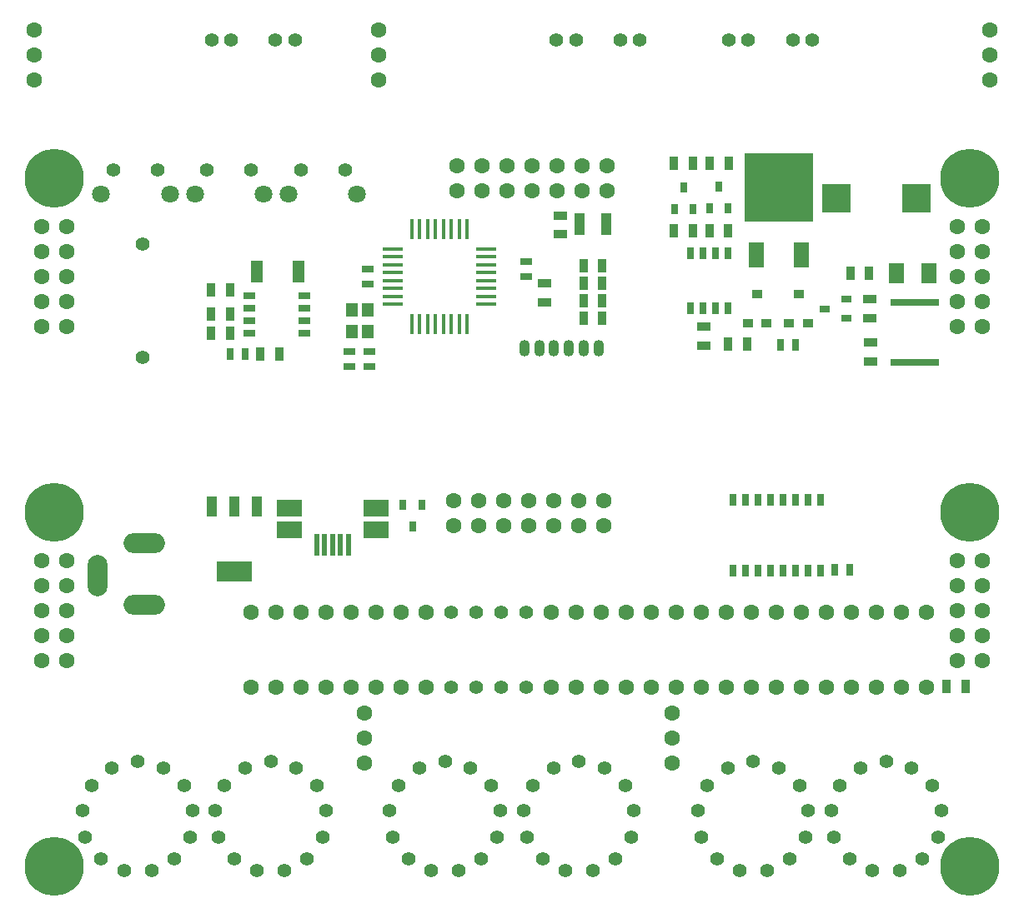
<source format=gts>
G04 (created by PCBNEW (2013-07-07 BZR 4022)-stable) date 2014/09/23 1:58:18*
%MOIN*%
G04 Gerber Fmt 3.4, Leading zero omitted, Abs format*
%FSLAX34Y34*%
G01*
G70*
G90*
G04 APERTURE LIST*
%ADD10C,0.00590551*%
%ADD11R,0.11811X0.11811*%
%ADD12C,0.0629921*%
%ADD13R,0.025X0.05*%
%ADD14R,0.0787X0.0177*%
%ADD15R,0.0177X0.0787*%
%ADD16R,0.0197X0.0906*%
%ADD17R,0.0984252X0.0708661*%
%ADD18O,0.0787402X0.165354*%
%ADD19O,0.165354X0.0787402*%
%ADD20R,0.0394X0.0315*%
%ADD21R,0.05X0.025*%
%ADD22R,0.06X0.08*%
%ADD23R,0.035X0.055*%
%ADD24R,0.055X0.035*%
%ADD25R,0.025X0.045*%
%ADD26R,0.045X0.025*%
%ADD27R,0.144X0.08*%
%ADD28R,0.04X0.08*%
%ADD29R,0.0393701X0.0354331*%
%ADD30R,0.0433071X0.0354331*%
%ADD31R,0.19685X0.0314961*%
%ADD32R,0.0393701X0.0905512*%
%ADD33C,0.0551181*%
%ADD34R,0.0511811X0.0866142*%
%ADD35R,0.0472441X0.0551181*%
%ADD36O,0.0433071X0.0669291*%
%ADD37C,0.055*%
%ADD38C,0.23622*%
%ADD39C,0.0708661*%
%ADD40R,0.0315X0.0394*%
%ADD41R,0.0591X0.0984*%
%ADD42R,0.2756X0.2756*%
G04 APERTURE END LIST*
G54D10*
G54D11*
X32640Y28113D03*
X35868Y28113D03*
G54D12*
X590Y32858D03*
X590Y33858D03*
X590Y34858D03*
G54D13*
X32025Y16060D03*
X31525Y16060D03*
X31025Y16060D03*
X30525Y16060D03*
X30025Y16060D03*
X29525Y16060D03*
X29025Y16060D03*
X28525Y16060D03*
X28525Y13230D03*
X29025Y13230D03*
X29525Y13230D03*
X30025Y13230D03*
X30525Y13230D03*
X31025Y13230D03*
X31525Y13230D03*
X32025Y13230D03*
G54D12*
X28258Y11541D03*
X27258Y11541D03*
X26258Y11541D03*
X25258Y11541D03*
X24258Y11541D03*
X23258Y11541D03*
X22258Y11541D03*
X21258Y11541D03*
X21258Y8541D03*
X22258Y8541D03*
X23258Y8541D03*
X24258Y8541D03*
X25258Y8541D03*
X26258Y8541D03*
X27258Y8541D03*
X28258Y8541D03*
G54D14*
X14905Y23887D03*
X14905Y24202D03*
X14905Y24517D03*
X14905Y24832D03*
X14905Y25147D03*
X14905Y25462D03*
X14905Y25777D03*
X14905Y26092D03*
X18671Y26090D03*
X18671Y23880D03*
X18671Y24200D03*
X18671Y24520D03*
X18671Y24830D03*
X18671Y25150D03*
X18671Y25460D03*
X18671Y25780D03*
G54D15*
X15689Y26880D03*
X16003Y26880D03*
X16319Y26880D03*
X16633Y26880D03*
X16949Y26880D03*
X17263Y26880D03*
X17579Y26880D03*
X17893Y26880D03*
X15691Y23100D03*
X16001Y23100D03*
X16321Y23100D03*
X16631Y23100D03*
X16941Y23100D03*
X17261Y23100D03*
X17581Y23100D03*
X17901Y23100D03*
G54D16*
X13148Y14270D03*
X12833Y14270D03*
X12518Y14270D03*
X12203Y14270D03*
X11888Y14270D03*
G54D17*
X14250Y14840D03*
X14250Y15707D03*
X10785Y14840D03*
X10785Y15707D03*
G54D18*
X3110Y13031D03*
G54D19*
X5000Y14311D03*
X5000Y11850D03*
G54D13*
X26811Y23706D03*
X27311Y23706D03*
X27811Y23706D03*
X28311Y23706D03*
X28311Y25906D03*
X27811Y25906D03*
X27311Y25906D03*
X26811Y25906D03*
G54D20*
X32204Y23700D03*
X33070Y24075D03*
X33070Y23325D03*
G54D21*
X9175Y24214D03*
X9175Y23714D03*
X9175Y23214D03*
X9175Y22714D03*
X11375Y22714D03*
X11375Y23214D03*
X11375Y23714D03*
X11375Y24214D03*
G54D22*
X36358Y25118D03*
X35058Y25118D03*
G54D23*
X26163Y26814D03*
X26913Y26814D03*
G54D24*
X34018Y22346D03*
X34018Y21596D03*
X33976Y24075D03*
X33976Y23325D03*
G54D23*
X33957Y25118D03*
X33207Y25118D03*
G54D24*
X21624Y26672D03*
X21624Y27422D03*
X27362Y22223D03*
X27362Y22973D03*
G54D23*
X29075Y22283D03*
X28325Y22283D03*
X28330Y26814D03*
X27580Y26814D03*
X26170Y29527D03*
X26920Y29527D03*
X7666Y22716D03*
X8416Y22716D03*
X8416Y24448D03*
X7666Y24448D03*
X22548Y24015D03*
X23298Y24015D03*
X23298Y25433D03*
X22548Y25433D03*
X22548Y24724D03*
X23298Y24724D03*
X23298Y23307D03*
X22548Y23307D03*
X7666Y23503D03*
X8416Y23503D03*
X9634Y21889D03*
X10384Y21889D03*
X37815Y8582D03*
X37065Y8582D03*
G54D24*
X20994Y23955D03*
X20994Y24705D03*
G54D25*
X9010Y21889D03*
X8410Y21889D03*
X33174Y13267D03*
X32574Y13267D03*
G54D26*
X20246Y24975D03*
X20246Y25575D03*
X13198Y21992D03*
X13198Y21392D03*
X13986Y21992D03*
X13986Y21392D03*
X13907Y25300D03*
X13907Y24700D03*
G54D25*
X30418Y22263D03*
X31018Y22263D03*
G54D27*
X8582Y13188D03*
G54D28*
X8582Y15788D03*
X7682Y15788D03*
X9482Y15788D03*
G54D29*
X29113Y23110D03*
G54D30*
X29488Y24291D03*
G54D29*
X29863Y23110D03*
X30766Y23110D03*
G54D30*
X31141Y24291D03*
G54D29*
X31516Y23110D03*
G54D31*
X35787Y23956D03*
X35787Y21555D03*
G54D32*
X23454Y27086D03*
X22391Y27086D03*
G54D33*
X7677Y34448D03*
X8464Y34448D03*
X10236Y34448D03*
X11023Y34448D03*
X31692Y34448D03*
X30905Y34448D03*
X29133Y34448D03*
X28346Y34448D03*
X4931Y21771D03*
X4931Y26299D03*
G54D34*
X11141Y25196D03*
X9488Y25196D03*
G54D35*
X13907Y22795D03*
X13907Y23661D03*
X13277Y22795D03*
X13277Y23661D03*
G54D36*
X23139Y22106D03*
X22549Y22106D03*
X21958Y22106D03*
X21368Y22106D03*
X20777Y22106D03*
X20187Y22106D03*
G54D12*
X38779Y32858D03*
X38779Y33858D03*
X38779Y34858D03*
X13779Y5535D03*
X13779Y6535D03*
X13779Y7535D03*
X26102Y5535D03*
X26102Y6535D03*
X26102Y7535D03*
G54D37*
X18258Y11541D03*
X17258Y11541D03*
X17258Y8541D03*
X18258Y8541D03*
X20258Y11541D03*
X19258Y11541D03*
X19258Y8541D03*
X20258Y8541D03*
G54D12*
X37492Y27000D03*
X37492Y26000D03*
X37492Y25000D03*
X37492Y24000D03*
X37492Y23000D03*
X38492Y23000D03*
X38492Y24000D03*
X38492Y25000D03*
X38492Y26000D03*
X38492Y27000D03*
X877Y27000D03*
X877Y26000D03*
X877Y25000D03*
X877Y24000D03*
X877Y23000D03*
X1877Y23000D03*
X1877Y24000D03*
X1877Y25000D03*
X1877Y26000D03*
X1877Y27000D03*
X37492Y13614D03*
X37492Y12614D03*
X37492Y11614D03*
X37492Y10614D03*
X37492Y9614D03*
X38492Y9614D03*
X38492Y10614D03*
X38492Y11614D03*
X38492Y12614D03*
X38492Y13614D03*
X877Y13614D03*
X877Y12614D03*
X877Y11614D03*
X877Y10614D03*
X877Y9614D03*
X1877Y9614D03*
X1877Y10614D03*
X1877Y11614D03*
X1877Y12614D03*
X1877Y13614D03*
X16258Y11541D03*
X15258Y11541D03*
X14258Y11541D03*
X13258Y11541D03*
X12258Y11541D03*
X11258Y11541D03*
X10258Y11541D03*
X9258Y11541D03*
X9258Y8541D03*
X10258Y8541D03*
X11258Y8541D03*
X12258Y8541D03*
X13258Y8541D03*
X14258Y8541D03*
X15258Y8541D03*
X16258Y8541D03*
X36258Y11541D03*
X35258Y11541D03*
X34258Y11541D03*
X33258Y11541D03*
X32258Y11541D03*
X31258Y11541D03*
X30258Y11541D03*
X29258Y11541D03*
X29258Y8541D03*
X30258Y8541D03*
X31258Y8541D03*
X32258Y8541D03*
X33258Y8541D03*
X34258Y8541D03*
X35258Y8541D03*
X36258Y8541D03*
G54D38*
X37992Y1377D03*
X37992Y28937D03*
X1377Y28937D03*
X1377Y1377D03*
X1377Y15551D03*
X37992Y15551D03*
G54D33*
X5531Y29271D03*
X3759Y29271D03*
G54D39*
X3267Y28287D03*
X6023Y28287D03*
G54D33*
X9271Y29271D03*
X7500Y29271D03*
G54D39*
X7007Y28287D03*
X9763Y28287D03*
G54D33*
X13011Y29271D03*
X11240Y29271D03*
G54D39*
X10748Y28287D03*
X13503Y28287D03*
G54D40*
X26555Y28543D03*
X26930Y27677D03*
X26180Y27677D03*
X27955Y28585D03*
X28330Y27719D03*
X27580Y27719D03*
X15708Y15000D03*
X15333Y15866D03*
X16083Y15866D03*
G54D41*
X29461Y25849D03*
X31253Y25849D03*
G54D42*
X30357Y28565D03*
G54D23*
X27597Y29517D03*
X28347Y29517D03*
G54D12*
X17482Y28437D03*
X18482Y28437D03*
X19482Y28437D03*
X20482Y28437D03*
X21482Y28437D03*
X22482Y28437D03*
X23482Y28437D03*
X23482Y29437D03*
X22482Y29437D03*
X21482Y29437D03*
X20482Y29437D03*
X19482Y29437D03*
X18482Y29437D03*
X17482Y29437D03*
X17364Y15011D03*
X18364Y15011D03*
X19364Y15011D03*
X20364Y15011D03*
X21364Y15011D03*
X22364Y15011D03*
X23364Y15011D03*
X23364Y16011D03*
X22364Y16011D03*
X21364Y16011D03*
X20364Y16011D03*
X19364Y16011D03*
X18364Y16011D03*
X17364Y16011D03*
G54D33*
X21456Y34448D03*
X22244Y34448D03*
X24015Y34448D03*
X24803Y34448D03*
G54D12*
X14370Y32858D03*
X14370Y33858D03*
X14370Y34858D03*
G54D33*
X4724Y5590D03*
X5275Y1220D03*
X6181Y1692D03*
X6811Y2559D03*
X6929Y3622D03*
X6574Y4606D03*
X5748Y5314D03*
X3700Y5314D03*
X2874Y4606D03*
X2519Y3622D03*
X2637Y2559D03*
X3267Y1692D03*
X4173Y1220D03*
X10039Y5590D03*
X10590Y1220D03*
X11496Y1692D03*
X12125Y2559D03*
X12244Y3622D03*
X11889Y4606D03*
X11062Y5314D03*
X9015Y5314D03*
X8188Y4606D03*
X7834Y3622D03*
X7952Y2559D03*
X8582Y1692D03*
X9488Y1220D03*
X17007Y5590D03*
X17559Y1220D03*
X18464Y1692D03*
X19094Y2559D03*
X19212Y3622D03*
X18858Y4606D03*
X18031Y5314D03*
X15984Y5314D03*
X15157Y4606D03*
X14803Y3622D03*
X14921Y2559D03*
X15551Y1692D03*
X16456Y1220D03*
X22362Y5590D03*
X22913Y1220D03*
X23818Y1692D03*
X24448Y2559D03*
X24566Y3622D03*
X24212Y4606D03*
X23385Y5314D03*
X21338Y5314D03*
X20511Y4606D03*
X20157Y3622D03*
X20275Y2559D03*
X20905Y1692D03*
X21811Y1220D03*
X29330Y5590D03*
X29881Y1220D03*
X30787Y1692D03*
X31417Y2559D03*
X31535Y3622D03*
X31181Y4606D03*
X30354Y5314D03*
X28307Y5314D03*
X27480Y4606D03*
X27125Y3622D03*
X27244Y2559D03*
X27874Y1692D03*
X28779Y1220D03*
X34645Y5590D03*
X35196Y1220D03*
X36102Y1692D03*
X36732Y2559D03*
X36850Y3622D03*
X36496Y4606D03*
X35669Y5314D03*
X33622Y5314D03*
X32795Y4606D03*
X32440Y3622D03*
X32559Y2559D03*
X33188Y1692D03*
X34094Y1220D03*
M02*

</source>
